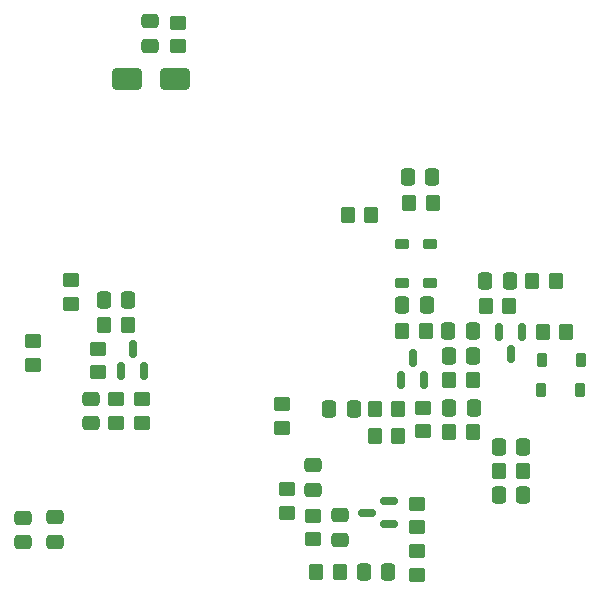
<source format=gbr>
%TF.GenerationSoftware,KiCad,Pcbnew,7.0.5-7.0.5~ubuntu22.04.1*%
%TF.CreationDate,2023-07-07T18:02:21+01:00*%
%TF.ProjectId,BMP,424d502e-6b69-4636-9164-5f7063625858,rev?*%
%TF.SameCoordinates,Original*%
%TF.FileFunction,Paste,Top*%
%TF.FilePolarity,Positive*%
%FSLAX46Y46*%
G04 Gerber Fmt 4.6, Leading zero omitted, Abs format (unit mm)*
G04 Created by KiCad (PCBNEW 7.0.5-7.0.5~ubuntu22.04.1) date 2023-07-07 18:02:21*
%MOMM*%
%LPD*%
G01*
G04 APERTURE LIST*
G04 Aperture macros list*
%AMRoundRect*
0 Rectangle with rounded corners*
0 $1 Rounding radius*
0 $2 $3 $4 $5 $6 $7 $8 $9 X,Y pos of 4 corners*
0 Add a 4 corners polygon primitive as box body*
4,1,4,$2,$3,$4,$5,$6,$7,$8,$9,$2,$3,0*
0 Add four circle primitives for the rounded corners*
1,1,$1+$1,$2,$3*
1,1,$1+$1,$4,$5*
1,1,$1+$1,$6,$7*
1,1,$1+$1,$8,$9*
0 Add four rect primitives between the rounded corners*
20,1,$1+$1,$2,$3,$4,$5,0*
20,1,$1+$1,$4,$5,$6,$7,0*
20,1,$1+$1,$6,$7,$8,$9,0*
20,1,$1+$1,$8,$9,$2,$3,0*%
G04 Aperture macros list end*
%ADD10RoundRect,0.250000X0.475000X-0.337500X0.475000X0.337500X-0.475000X0.337500X-0.475000X-0.337500X0*%
%ADD11RoundRect,0.250000X-0.475000X0.337500X-0.475000X-0.337500X0.475000X-0.337500X0.475000X0.337500X0*%
%ADD12RoundRect,0.250000X-0.337500X-0.475000X0.337500X-0.475000X0.337500X0.475000X-0.337500X0.475000X0*%
%ADD13RoundRect,0.250000X0.337500X0.475000X-0.337500X0.475000X-0.337500X-0.475000X0.337500X-0.475000X0*%
%ADD14RoundRect,0.250000X-1.000000X-0.650000X1.000000X-0.650000X1.000000X0.650000X-1.000000X0.650000X0*%
%ADD15RoundRect,0.250000X0.350000X0.450000X-0.350000X0.450000X-0.350000X-0.450000X0.350000X-0.450000X0*%
%ADD16RoundRect,0.150000X0.587500X0.150000X-0.587500X0.150000X-0.587500X-0.150000X0.587500X-0.150000X0*%
%ADD17RoundRect,0.250000X0.450000X-0.350000X0.450000X0.350000X-0.450000X0.350000X-0.450000X-0.350000X0*%
%ADD18RoundRect,0.250000X-0.350000X-0.450000X0.350000X-0.450000X0.350000X0.450000X-0.350000X0.450000X0*%
%ADD19RoundRect,0.225000X0.375000X-0.225000X0.375000X0.225000X-0.375000X0.225000X-0.375000X-0.225000X0*%
%ADD20RoundRect,0.250000X-0.450000X0.350000X-0.450000X-0.350000X0.450000X-0.350000X0.450000X0.350000X0*%
%ADD21RoundRect,0.225000X-0.225000X-0.375000X0.225000X-0.375000X0.225000X0.375000X-0.225000X0.375000X0*%
%ADD22RoundRect,0.225000X0.225000X0.375000X-0.225000X0.375000X-0.225000X-0.375000X0.225000X-0.375000X0*%
%ADD23RoundRect,0.150000X-0.150000X0.587500X-0.150000X-0.587500X0.150000X-0.587500X0.150000X0.587500X0*%
%ADD24RoundRect,0.225000X-0.375000X0.225000X-0.375000X-0.225000X0.375000X-0.225000X0.375000X0.225000X0*%
%ADD25RoundRect,0.150000X0.150000X-0.587500X0.150000X0.587500X-0.150000X0.587500X-0.150000X-0.587500X0*%
G04 APERTURE END LIST*
D10*
%TO.C,C16*%
X121110000Y-99275000D03*
X121110000Y-97200000D03*
%TD*%
D11*
%TO.C,C17*%
X124210000Y-87162500D03*
X124210000Y-89237500D03*
%TD*%
D12*
%TO.C,C6*%
X144335000Y-88000000D03*
X146410000Y-88000000D03*
%TD*%
D13*
%TO.C,C14*%
X159647500Y-77200000D03*
X157572500Y-77200000D03*
%TD*%
D14*
%TO.C,D6*%
X127260000Y-60050000D03*
X131260000Y-60050000D03*
%TD*%
D13*
%TO.C,C12*%
X156585000Y-87900000D03*
X154510000Y-87900000D03*
%TD*%
D15*
%TO.C,R17*%
X160722500Y-93300000D03*
X158722500Y-93300000D03*
%TD*%
D16*
%TO.C,Q1*%
X149385000Y-97750000D03*
X149385000Y-95850000D03*
X147510000Y-96800000D03*
%TD*%
D12*
%TO.C,C7*%
X150510000Y-79200000D03*
X152585000Y-79200000D03*
%TD*%
D17*
%TO.C,R7*%
X151760000Y-98050000D03*
X151760000Y-96050000D03*
%TD*%
%TO.C,R24*%
X128510000Y-89200000D03*
X128510000Y-87200000D03*
%TD*%
D15*
%TO.C,R16*%
X164410000Y-81500000D03*
X162410000Y-81500000D03*
%TD*%
D10*
%TO.C,C5*%
X143010000Y-94837500D03*
X143010000Y-92762500D03*
%TD*%
D17*
%TO.C,R22*%
X119310000Y-84300000D03*
X119310000Y-82300000D03*
%TD*%
D18*
%TO.C,R10*%
X148210000Y-88000000D03*
X150210000Y-88000000D03*
%TD*%
%TO.C,R15*%
X154510000Y-85600000D03*
X156510000Y-85600000D03*
%TD*%
D12*
%TO.C,C13*%
X151010000Y-68400000D03*
X153085000Y-68400000D03*
%TD*%
D19*
%TO.C,D2*%
X152910000Y-77350000D03*
X152910000Y-74050000D03*
%TD*%
D13*
%TO.C,C10*%
X160760000Y-91200000D03*
X158685000Y-91200000D03*
%TD*%
D18*
%TO.C,R21*%
X161510000Y-77200000D03*
X163510000Y-77200000D03*
%TD*%
D17*
%TO.C,R12*%
X152310000Y-89900000D03*
X152310000Y-87900000D03*
%TD*%
D15*
%TO.C,R14*%
X147910000Y-71600000D03*
X145910000Y-71600000D03*
%TD*%
D17*
%TO.C,R9*%
X140310000Y-89600000D03*
X140310000Y-87600000D03*
%TD*%
D20*
%TO.C,R28*%
X131510000Y-55300000D03*
X131510000Y-57300000D03*
%TD*%
D17*
%TO.C,R6*%
X143010000Y-99050000D03*
X143010000Y-97050000D03*
%TD*%
D11*
%TO.C,C20*%
X129210000Y-55200000D03*
X129210000Y-57275000D03*
%TD*%
D21*
%TO.C,D5*%
X162360000Y-83900000D03*
X165660000Y-83900000D03*
%TD*%
D17*
%TO.C,R27*%
X126310000Y-89200000D03*
X126310000Y-87200000D03*
%TD*%
D20*
%TO.C,R23*%
X122510000Y-77100000D03*
X122510000Y-79100000D03*
%TD*%
D12*
%TO.C,C9*%
X154472500Y-83500000D03*
X156547500Y-83500000D03*
%TD*%
D15*
%TO.C,R18*%
X156510000Y-90000000D03*
X154510000Y-90000000D03*
%TD*%
D13*
%TO.C,C11*%
X160760000Y-95300000D03*
X158685000Y-95300000D03*
%TD*%
D12*
%TO.C,C18*%
X125272500Y-78800000D03*
X127347500Y-78800000D03*
%TD*%
D13*
%TO.C,C8*%
X156510000Y-81400000D03*
X154435000Y-81400000D03*
%TD*%
D22*
%TO.C,D4*%
X165560000Y-86400000D03*
X162260000Y-86400000D03*
%TD*%
D17*
%TO.C,R8*%
X140760000Y-96800000D03*
X140760000Y-94800000D03*
%TD*%
D10*
%TO.C,C4*%
X145260000Y-99087500D03*
X145260000Y-97012500D03*
%TD*%
D23*
%TO.C,Q3*%
X160660000Y-81525000D03*
X158760000Y-81525000D03*
X159710000Y-83400000D03*
%TD*%
D17*
%TO.C,R26*%
X124810000Y-84900000D03*
X124810000Y-82900000D03*
%TD*%
D15*
%TO.C,R25*%
X127310000Y-80900000D03*
X125310000Y-80900000D03*
%TD*%
D10*
%TO.C,C15*%
X118410000Y-99300000D03*
X118410000Y-97225000D03*
%TD*%
D12*
%TO.C,C3*%
X147260000Y-101800000D03*
X149335000Y-101800000D03*
%TD*%
D18*
%TO.C,R11*%
X148210000Y-90300000D03*
X150210000Y-90300000D03*
%TD*%
D24*
%TO.C,D3*%
X150510000Y-74050000D03*
X150510000Y-77350000D03*
%TD*%
D18*
%TO.C,R13*%
X150510000Y-81400000D03*
X152510000Y-81400000D03*
%TD*%
%TO.C,R19*%
X157610000Y-79300000D03*
X159610000Y-79300000D03*
%TD*%
%TO.C,R4*%
X143260000Y-101800000D03*
X145260000Y-101800000D03*
%TD*%
D25*
%TO.C,Q4*%
X126760000Y-84837500D03*
X128660000Y-84837500D03*
X127710000Y-82962500D03*
%TD*%
D17*
%TO.C,R5*%
X151760000Y-102050000D03*
X151760000Y-100050000D03*
%TD*%
D18*
%TO.C,R20*%
X151110000Y-70600000D03*
X153110000Y-70600000D03*
%TD*%
D25*
%TO.C,Q2*%
X150460000Y-85575000D03*
X152360000Y-85575000D03*
X151410000Y-83700000D03*
%TD*%
M02*

</source>
